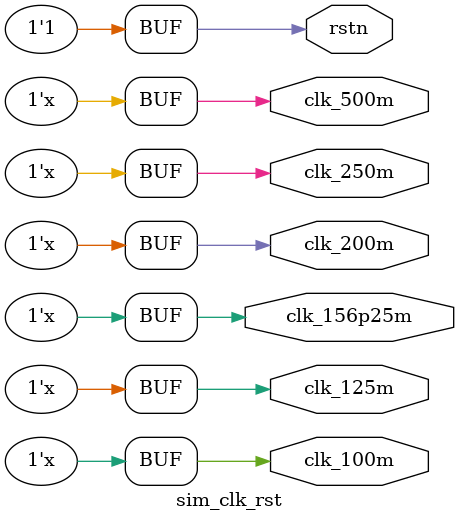
<source format=v>
`timescale 1ns / 1ps
module sim_clk_rst(
    output  reg                 clk_156p25m     ,
    output  reg                 clk_100m        ,
    output  reg                 clk_125m        ,
    output  reg                 clk_200m        ,
    output  reg                 clk_250m        ,
    output  reg                 clk_500m        ,
    output  reg                 rstn
    );

// >>>>>>>>>> clk
initial begin
    clk_156p25m = 1'd0;
    clk_100m    = 1'd0;
    clk_125m    = 1'd0;
    clk_200m    = 1'd0;
    clk_250m    = 1'd0;
    clk_500m    = 1'd0;
end

always begin
    clk_156p25m = #(3.2) ~clk_156p25m;
end

always begin
    clk_100m = #(5) ~clk_100m;
end

always begin
    clk_125m = #(4) ~clk_125m;
end

always begin
    clk_200m = #(2.5) ~clk_200m;
end

always begin
    clk_250m = #(2) ~clk_250m;
end

always begin
    clk_500m = #(1) ~clk_500m;
end


// >>>>>>>>>> rstn
initial begin
    rstn = 1'd1;
    #10;
    rstn = 1'd0;
    #500;
    rstn = 1'd1;
end

endmodule

</source>
